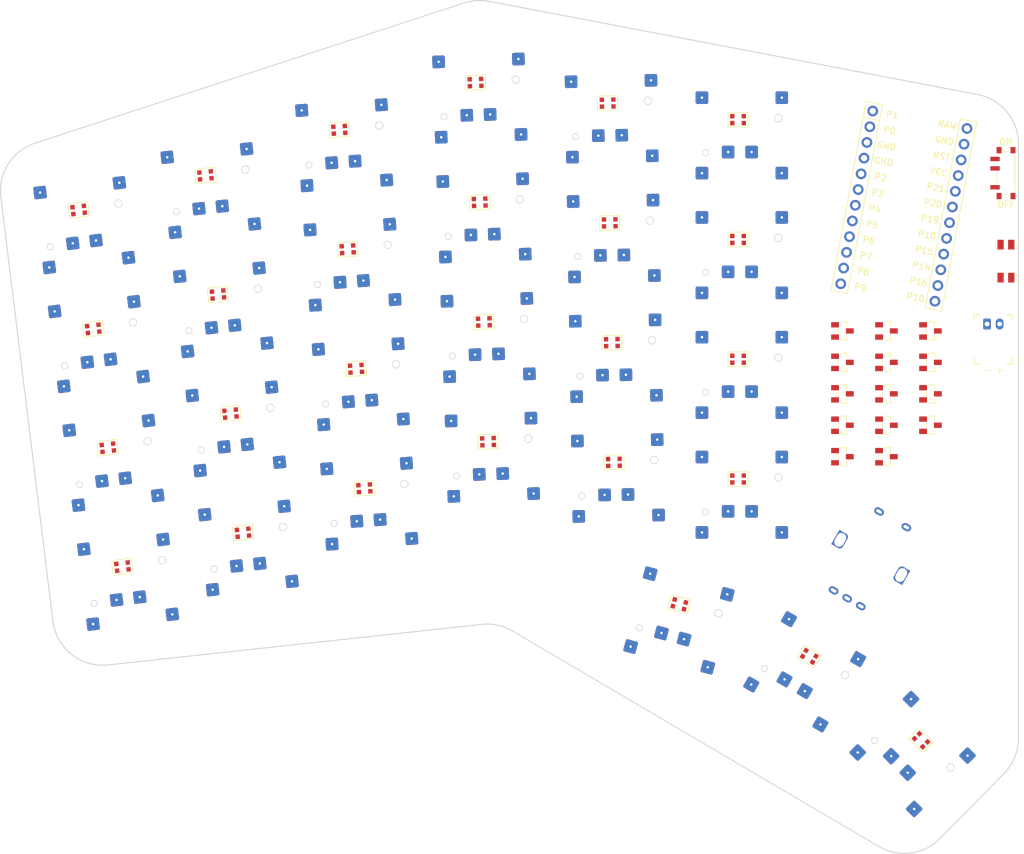
<source format=kicad_pcb>
(kicad_pcb (version 20240108) (generator "ergogen") (generator_version "4.1.0")
  (title_block (title "newbiggie_left_unrouted") (date "2025-05-29") (rev "v1.0.0") (company "Unknown"))
  (layers (0 "F.Cu" signal) (31 "B.Cu" signal) (34 "B.Paste" user) (35 "F.Paste" user) (36 "B.SilkS" user "B.Silkscreen") (37 "F.SilkS" user "F.Silkscreen") (38 "B.Mask" user) (39 "F.Mask" user) (44 "Edge.Cuts" user))
  (net 0 "")
  (net 1 "P2")
  (net 2 "stretch_bottom")
  (net 3 "GND")
  (net 4 "stretch_home")
  (net 5 "stretch_high")
  (net 6 "stretch_num")
  (net 7 "P3")
  (net 8 "pinky_bottom")
  (net 9 "pinky_home")
  (net 10 "pinky_high")
  (net 11 "pinky_num")
  (net 12 "P4")
  (net 13 "ring_bottom")
  (net 14 "ring_home")
  (net 15 "ring_high")
  (net 16 "ring_num")
  (net 17 "P5")
  (net 18 "middle_bottom")
  (net 19 "middle_home")
  (net 20 "middle_high")
  (net 21 "middle_num")
  (net 22 "P7")
  (net 23 "index_bottom")
  (net 24 "index_home")
  (net 25 "index_high")
  (net 26 "index_num")
  (net 27 "P9")
  (net 28 "inner_bottom")
  (net 29 "inner_home")
  (net 30 "inner_high")
  (net 31 "inner_num")
  (net 32 "near_fan")
  (net 33 "mid_fan")
  (net 34 "P6")
  (net 35 "far_fan")
  (net 36 "P15")
  (net 37 "P14")
  (net 38 "P16")
  (net 39 "P10")
  (net 40 "P18")
  (net 41 "encoder")
  (net 42 "VCC")
  (net 43 "thumb_encoder")
  (net 44 "RE_A")
  (net 45 "RE_C")
  (net 46 "RAW")
  (net 47 "RST")
  (net 48 "P21")
  (net 49 "P20")
  (net 50 "P19")
  (net 51 "P1")
  (net 52 "P0")
  (net 53 "P8")
  (net 54 "P101")
  (net 55 "P102")
  (net 56 "P107")
  (net 57 "MCU1_24")
  (net 58 "MCU1_1")
  (net 59 "MCU1_23")
  (net 60 "MCU1_2")
  (net 61 "MCU1_22")
  (net 62 "MCU1_3")
  (net 63 "MCU1_21")
  (net 64 "MCU1_4")
  (net 65 "MCU1_20")
  (net 66 "MCU1_5")
  (net 67 "MCU1_19")
  (net 68 "MCU1_6")
  (net 69 "MCU1_18")
  (net 70 "MCU1_7")
  (net 71 "MCU1_17")
  (net 72 "MCU1_8")
  (net 73 "MCU1_16")
  (net 74 "MCU1_9")
  (net 75 "MCU1_15")
  (net 76 "MCU1_10")
  (net 77 "MCU1_14")
  (net 78 "MCU1_11")
  (net 79 "MCU1_13")
  (net 80 "MCU1_12")
  (net 81 "BAT_P")
  (net 82 "JST1_1")
  (net 83 "JST1_2")
  (footprint "PG1316S" (at 79.051864 151.4952237 7) (layer "F.Cu")
    (property "Reference" "S1" hide)
    (fp_circle (center -5.8 2.75) (end -5.3 2.75) (stroke (width 0.1)) (fill none) (layer "Edge.Cuts"))
    (fp_circle (center 5.8 -2.75) (end 6.4 -2.75) (stroke (width 0.1)) (fill none) (layer "Edge.Cuts"))
  )
  (footprint "PG1316S" (at 76.7302531 132.5872195 7) (layer "F.Cu")
    (property "Reference" "S2" hide)
    (fp_circle (center -5.8 2.75) (end -5.3 2.75) (stroke (width 0.1)) (fill none) (layer "Edge.Cuts"))
    (fp_circle (center 5.8 -2.75) (end 6.4 -2.75) (stroke (width 0.1)) (fill none) (layer "Edge.Cuts"))
  )
  (footprint "PG1316S" (at 74.4086421 113.6792153 7) (layer "F.Cu")
    (property "Reference" "S3" hide)
    (fp_circle (center -5.8 2.75) (end -5.3 2.75) (stroke (width 0.1)) (fill none) (layer "Edge.Cuts"))
    (fp_circle (center 5.8 -2.75) (end 6.4 -2.75) (stroke (width 0.1)) (fill none) (layer "Edge.Cuts"))
  )
  (footprint "PG1316S" (at 72.0870311 94.7712111 7) (layer "F.Cu")
    (property "Reference" "S4" hide)
    (fp_circle (center -5.8 2.75) (end -5.3 2.75) (stroke (width 0.1)) (fill none) (layer "Edge.Cuts"))
    (fp_circle (center 5.8 -2.75) (end 6.4 -2.75) (stroke (width 0.1)) (fill none) (layer "Edge.Cuts"))
  )
  (footprint "PG1316S" (at 98.1897879 146.1228526 6) (layer "F.Cu")
    (property "Reference" "S5" hide)
    (fp_circle (center -5.8 2.75) (end -5.3 2.75) (stroke (width 0.1)) (fill none) (layer "Edge.Cuts"))
    (fp_circle (center 5.8 -2.75) (end 6.4 -2.75) (stroke (width 0.1)) (fill none) (layer "Edge.Cuts"))
  )
  (footprint "PG1316S" (at 96.1985206 127.1772105 6) (layer "F.Cu")
    (property "Reference" "S6" hide)
    (fp_circle (center -5.8 2.75) (end -5.3 2.75) (stroke (width 0.1)) (fill none) (layer "Edge.Cuts"))
    (fp_circle (center 5.8 -2.75) (end 6.4 -2.75) (stroke (width 0.1)) (fill none) (layer "Edge.Cuts"))
  )
  (footprint "PG1316S" (at 94.2072534 108.2315684 6) (layer "F.Cu")
    (property "Reference" "S7" hide)
    (fp_circle (center -5.8 2.75) (end -5.3 2.75) (stroke (width 0.1)) (fill none) (layer "Edge.Cuts"))
    (fp_circle (center 5.8 -2.75) (end 6.4 -2.75) (stroke (width 0.1)) (fill none) (layer "Edge.Cuts"))
  )
  (footprint "PG1316S" (at 92.2159861 89.2859263 6) (layer "F.Cu")
    (property "Reference" "S8" hide)
    (fp_circle (center -5.8 2.75) (end -5.3 2.75) (stroke (width 0.1)) (fill none) (layer "Edge.Cuts"))
    (fp_circle (center 5.8 -2.75) (end 6.4 -2.75) (stroke (width 0.1)) (fill none) (layer "Edge.Cuts"))
  )
  (footprint "PG1316S" (at 117.4084052 139.0753531 4) (layer "F.Cu")
    (property "Reference" "S9" hide)
    (fp_circle (center -5.8 2.75) (end -5.3 2.75) (stroke (width 0.1)) (fill none) (layer "Edge.Cuts"))
    (fp_circle (center 5.8 -2.75) (end 6.4 -2.75) (stroke (width 0.1)) (fill none) (layer "Edge.Cuts"))
  )
  (footprint "PG1316S" (at 116.0795444 120.071758 4) (layer "F.Cu")
    (property "Reference" "S10" hide)
    (fp_circle (center -5.8 2.75) (end -5.3 2.75) (stroke (width 0.1)) (fill none) (layer "Edge.Cuts"))
    (fp_circle (center 5.8 -2.75) (end 6.4 -2.75) (stroke (width 0.1)) (fill none) (layer "Edge.Cuts"))
  )
  (footprint "PG1316S" (at 114.7506836 101.0681629 4) (layer "F.Cu")
    (property "Reference" "S11" hide)
    (fp_circle (center -5.8 2.75) (end -5.3 2.75) (stroke (width 0.1)) (fill none) (layer "Edge.Cuts"))
    (fp_circle (center 5.8 -2.75) (end 6.4 -2.75) (stroke (width 0.1)) (fill none) (layer "Edge.Cuts"))
  )
  (footprint "PG1316S" (at 113.4218229 82.0645678 4) (layer "F.Cu")
    (property "Reference" "S12" hide)
    (fp_circle (center -5.8 2.75) (end -5.3 2.75) (stroke (width 0.1)) (fill none) (layer "Edge.Cuts"))
    (fp_circle (center 5.8 -2.75) (end 6.4 -2.75) (stroke (width 0.1)) (fill none) (layer "Edge.Cuts"))
  )
  (footprint "PG1316S" (at 136.9910256 131.6913515 2) (layer "F.Cu")
    (property "Reference" "S13" hide)
    (fp_circle (center -5.8 2.75) (end -5.3 2.75) (stroke (width 0.1)) (fill none) (layer "Edge.Cuts"))
    (fp_circle (center 5.8 -2.75) (end 6.4 -2.75) (stroke (width 0.1)) (fill none) (layer "Edge.Cuts"))
  )
  (footprint "PG1316S" (at 136.3261902 112.6529563 2) (layer "F.Cu")
    (property "Reference" "S14" hide)
    (fp_circle (center -5.8 2.75) (end -5.3 2.75) (stroke (width 0.1)) (fill none) (layer "Edge.Cuts"))
    (fp_circle (center 5.8 -2.75) (end 6.4 -2.75) (stroke (width 0.1)) (fill none) (layer "Edge.Cuts"))
  )
  (footprint "PG1316S" (at 135.6613548 93.614561 2) (layer "F.Cu")
    (property "Reference" "S15" hide)
    (fp_circle (center -5.8 2.75) (end -5.3 2.75) (stroke (width 0.1)) (fill none) (layer "Edge.Cuts"))
    (fp_circle (center 5.8 -2.75) (end 6.4 -2.75) (stroke (width 0.1)) (fill none) (layer "Edge.Cuts"))
  )
  (footprint "PG1316S" (at 134.9965193 74.5761658 2) (layer "F.Cu")
    (property "Reference" "S16" hide)
    (fp_circle (center -5.8 2.75) (end -5.3 2.75) (stroke (width 0.1)) (fill none) (layer "Edge.Cuts"))
    (fp_circle (center 5.8 -2.75) (end 6.4 -2.75) (stroke (width 0.1)) (fill none) (layer "Edge.Cuts"))
  )
  (footprint "PG1316S" (at 156.9685314 134.9961598 1) (layer "F.Cu")
    (property "Reference" "S17" hide)
    (fp_circle (center -5.8 2.75) (end -5.3 2.75) (stroke (width 0.1)) (fill none) (layer "Edge.Cuts"))
    (fp_circle (center 5.8 -2.75) (end 6.4 -2.75) (stroke (width 0.1)) (fill none) (layer "Edge.Cuts"))
  )
  (footprint "PG1316S" (at 156.636063 115.9490613 1) (layer "F.Cu")
    (property "Reference" "S18" hide)
    (fp_circle (center -5.8 2.75) (end -5.3 2.75) (stroke (width 0.1)) (fill none) (layer "Edge.Cuts"))
    (fp_circle (center 5.8 -2.75) (end 6.4 -2.75) (stroke (width 0.1)) (fill none) (layer "Edge.Cuts"))
  )
  (footprint "PG1316S" (at 156.3035947 96.9019627 1) (layer "F.Cu")
    (property "Reference" "S19" hide)
    (fp_circle (center -5.8 2.75) (end -5.3 2.75) (stroke (width 0.1)) (fill none) (layer "Edge.Cuts"))
    (fp_circle (center 5.8 -2.75) (end 6.4 -2.75) (stroke (width 0.1)) (fill none) (layer "Edge.Cuts"))
  )
  (footprint "PG1316S" (at 155.9711263 77.8548641 1) (layer "F.Cu")
    (property "Reference" "S20" hide)
    (fp_circle (center -5.8 2.75) (end -5.3 2.75) (stroke (width 0.1)) (fill none) (layer "Edge.Cuts"))
    (fp_circle (center 5.8 -2.75) (end 6.4 -2.75) (stroke (width 0.1)) (fill none) (layer "Edge.Cuts"))
  )
  (footprint "PG1316S" (at 176.6678959 137.6527632 0) (layer "F.Cu")
    (property "Reference" "S21" hide)
    (fp_circle (center -5.8 2.75) (end -5.3 2.75) (stroke (width 0.1)) (fill none) (layer "Edge.Cuts"))
    (fp_circle (center 5.8 -2.75) (end 6.4 -2.75) (stroke (width 0.1)) (fill none) (layer "Edge.Cuts"))
  )
  (footprint "PG1316S" (at 176.6678959 118.6027631 0) (layer "F.Cu")
    (property "Reference" "S22" hide)
    (fp_circle (center -5.8 2.75) (end -5.3 2.75) (stroke (width 0.1)) (fill none) (layer "Edge.Cuts"))
    (fp_circle (center 5.8 -2.75) (end 6.4 -2.75) (stroke (width 0.1)) (fill none) (layer "Edge.Cuts"))
  )
  (footprint "PG1316S" (at 176.6678959 99.5527631 0) (layer "F.Cu")
    (property "Reference" "S23" hide)
    (fp_circle (center -5.8 2.75) (end -5.3 2.75) (stroke (width 0.1)) (fill none) (layer "Edge.Cuts"))
    (fp_circle (center 5.8 -2.75) (end 6.4 -2.75) (stroke (width 0.1)) (fill none) (layer "Edge.Cuts"))
  )
  (footprint "PG1316S" (at 176.6678959 80.5027631 0) (layer "F.Cu")
    (property "Reference" "S24" hide)
    (fp_circle (center -5.8 2.75) (end -5.3 2.75) (stroke (width 0.1)) (fill none) (layer "Edge.Cuts"))
    (fp_circle (center 5.8 -2.75) (end 6.4 -2.75) (stroke (width 0.1)) (fill none) (layer "Edge.Cuts"))
  )
  (footprint "PG1316S" (at 166.6678959 157.6527632 -15) (layer "F.Cu")
    (property "Reference" "S25" hide)
    (fp_circle (center -5.8 2.75) (end -5.3 2.75) (stroke (width 0.1)) (fill none) (layer "Edge.Cuts"))
    (fp_circle (center 5.8 -2.75) (end 6.4 -2.75) (stroke (width 0.1)) (fill none) (layer "Edge.Cuts"))
  )
  (footprint "PG1316S" (at 186.666859 165.8153168 -30) (layer "F.Cu")
    (property "Reference" "S26" hide)
    (fp_circle (center -5.8 2.75) (end -5.3 2.75) (stroke (width 0.1)) (fill none) (layer "Edge.Cuts"))
    (fp_circle (center 5.8 -2.75) (end 6.4 -2.75) (stroke (width 0.1)) (fill none) (layer "Edge.Cuts"))
  )
  (footprint "PG1316S" (at 203.8293085 178.896491 -45) (layer "F.Cu")
    (property "Reference" "S27" hide)
    (fp_circle (center -5.8 2.75) (end -5.3 2.75) (stroke (width 0.1)) (fill none) (layer "Edge.Cuts"))
    (fp_circle (center 5.8 -2.75) (end 6.4 -2.75) (stroke (width 0.1)) (fill none) (layer "Edge.Cuts"))
  )
  (footprint "BAV70 SOT23" (layer "F.Cu") (at 192.6678959 111.6027631 -90)
    (property "Reference" "D1" hide)
    (fp_text value "BAV70")
  )
  (footprint "BAV70 SOT23" (layer "F.Cu") (at 199.6678959 111.6027631 -90)
    (property "Reference" "D2" hide)
    (fp_text value "BAV70")
  )
  (footprint "BAV70 SOT23" (layer "F.Cu") (at 206.6678959 111.6027631 -90)
    (property "Reference" "D3" hide)
    (fp_text value "BAV70")
  )
  (footprint "BAV70 SOT23" (layer "F.Cu") (at 192.6678959 116.6027631 -90)
    (property "Reference" "D4" hide)
    (fp_text value "BAV70")
  )
  (footprint "BAV70 SOT23" (layer "F.Cu") (at 199.6678959 116.6027631 -90)
    (property "Reference" "D5" hide)
    (fp_text value "BAV70")
  )
  (footprint "BAV70 SOT23" (layer "F.Cu") (at 206.6678959 116.6027631 -90)
    (property "Reference" "D6" hide)
    (fp_text value "BAV70")
  )
  (footprint "BAV70 SOT23" (layer "F.Cu") (at 192.6678959 121.6027631 -90)
    (property "Reference" "D7" hide)
    (fp_text value "BAV70")
  )
  (footprint "BAV70 SOT23" (layer "F.Cu") (at 199.6678959 121.6027631 -90)
    (property "Reference" "D8" hide)
    (fp_text value "BAV70")
  )
  (footprint "BAV70 SOT23" (layer "F.Cu") (at 206.6678959 121.6027631 -90)
    (property "Reference" "D9" hide)
    (fp_text value "BAV70")
  )
  (footprint "BAV70 SOT23" (layer "F.Cu") (at 192.6678959 126.6027631 -90)
    (property "Reference" "D10" hide)
    (fp_text value "BAV70")
  )
  (footprint "BAV70 SOT23" (layer "F.Cu") (at 199.6678959 126.6027631 -90)
    (property "Reference" "D11" hide)
    (fp_text value "BAV70")
  )
  (footprint "BAV70 SOT23" (layer "F.Cu") (at 206.6678959 126.6027631 -90)
    (property "Reference" "D12" hide)
    (fp_text value "BAV70")
  )
  (footprint "BAV70 SOT23" (layer "F.Cu") (at 192.6678959 131.6027631 -90)
    (property "Reference" "D13" hide)
    (fp_text value "BAV70")
  )
  (footprint "BAV70 SOT23" (layer "F.Cu") (at 199.6678959 131.6027631 -90)
    (property "Reference" "D14" hide)
    (fp_text value "BAV70")
  )
  (footprint "LED_WS2812B-2020_PLCC4_2.0x2.0mm" (at 78.151663 149.0869799 7) (layer "F.Cu")
    (property "Reference" "LED1" hide)
  )
  (footprint "LED_WS2812B-2020_PLCC4_2.0x2.0mm" (at 75.8300521 130.1789757 7) (layer "F.Cu")
    (property "Reference" "LED2" hide)
  )
  (footprint "LED_WS2812B-2020_PLCC4_2.0x2.0mm" (at 73.5084411 111.2709715 7) (layer "F.Cu")
    (property "Reference" "LED3" hide)
  )
  (footprint "LED_WS2812B-2020_PLCC4_2.0x2.0mm" (at 71.18683010000001 92.36296730000001 7) (layer "F.Cu")
    (property "Reference" "LED4" hide)
  )
  (footprint "LED_WS2812B-2020_PLCC4_2.0x2.0mm" (at 97.3317536 143.69926489999997 6) (layer "F.Cu")
    (property "Reference" "LED5" hide)
  )
  (footprint "LED_WS2812B-2020_PLCC4_2.0x2.0mm" (at 95.3404863 124.7536228 6) (layer "F.Cu")
    (property "Reference" "LED6" hide)
  )
  (footprint "LED_WS2812B-2020_PLCC4_2.0x2.0mm" (at 93.3492191 105.8079807 6) (layer "F.Cu")
    (property "Reference" "LED7" hide)
  )
  (footprint "LED_WS2812B-2020_PLCC4_2.0x2.0mm" (at 91.3579518 86.8623386 6) (layer "F.Cu")
    (property "Reference" "LED8" hide)
  )
  (footprint "LED_WS2812B-2020_PLCC4_2.0x2.0mm" (at 116.6354756 136.6232969 4) (layer "F.Cu")
    (property "Reference" "LED9" hide)
  )
  (footprint "LED_WS2812B-2020_PLCC4_2.0x2.0mm" (at 115.3066148 117.6197018 4) (layer "F.Cu")
    (property "Reference" "LED10" hide)
  )
  (footprint "LED_WS2812B-2020_PLCC4_2.0x2.0mm" (at 113.977754 98.6161067 4) (layer "F.Cu")
    (property "Reference" "LED11" hide)
  )
  (footprint "LED_WS2812B-2020_PLCC4_2.0x2.0mm" (at 112.6488933 79.6125116 4) (layer "F.Cu")
    (property "Reference" "LED12" hide)
  )
  (footprint "LED_WS2812B-2020_PLCC4_2.0x2.0mm" (at 136.3041424 129.2138141 2) (layer "F.Cu")
    (property "Reference" "LED13" hide)
  )
  (footprint "LED_WS2812B-2020_PLCC4_2.0x2.0mm" (at 135.639307 110.1754189 2) (layer "F.Cu")
    (property "Reference" "LED14" hide)
  )
  (footprint "LED_WS2812B-2020_PLCC4_2.0x2.0mm" (at 134.9744716 91.13702359999999 2) (layer "F.Cu")
    (property "Reference" "LED15" hide)
  )
  (footprint "LED_WS2812B-2020_PLCC4_2.0x2.0mm" (at 134.30963609999998 72.0986284 2) (layer "F.Cu")
    (property "Reference" "LED16" hide)
  )
  (footprint "LED_WS2812B-2020_PLCC4_2.0x2.0mm" (at 156.3249918 132.50701199999997 1) (layer "F.Cu")
    (property "Reference" "LED17" hide)
  )
  (footprint "LED_WS2812B-2020_PLCC4_2.0x2.0mm" (at 155.9925234 113.4599135 1) (layer "F.Cu")
    (property "Reference" "LED18" hide)
  )
  (footprint "LED_WS2812B-2020_PLCC4_2.0x2.0mm" (at 155.6600551 94.4128149 1) (layer "F.Cu")
    (property "Reference" "LED19" hide)
  )
  (footprint "LED_WS2812B-2020_PLCC4_2.0x2.0mm" (at 155.3275867 75.3657163 1) (layer "F.Cu")
    (property "Reference" "LED20" hide)
  )
  (footprint "LED_WS2812B-2020_PLCC4_2.0x2.0mm" (at 176.0678959 135.1527632 0) (layer "F.Cu")
    (property "Reference" "LED21" hide)
  )
  (footprint "LED_WS2812B-2020_PLCC4_2.0x2.0mm" (at 176.0678959 116.1027631 0) (layer "F.Cu")
    (property "Reference" "LED22" hide)
  )
  (footprint "LED_WS2812B-2020_PLCC4_2.0x2.0mm" (at 176.0678959 97.0527631 0) (layer "F.Cu")
    (property "Reference" "LED23" hide)
  )
  (footprint "LED_WS2812B-2020_PLCC4_2.0x2.0mm" (at 176.0678959 78.0027631 0) (layer "F.Cu")
    (property "Reference" "LED24" hide)
  )
  (footprint "LED_WS2812B-2020_PLCC4_2.0x2.0mm" (at 166.735388 155.0826572 -15) (layer "F.Cu")
    (property "Reference" "LED25" hide)
  )
  (footprint "LED_WS2812B-2020_PLCC4_2.0x2.0mm" (at 187.39724379999998 163.3502533 -30) (layer "F.Cu")
    (property "Reference" "LED26" hide)
  )
  (footprint "LED_WS2812B-2020_PLCC4_2.0x2.0mm" (at 205.1728114 176.70445999999998 -45) (layer "F.Cu")
    (property "Reference" "LED27" hide)
  )
  (footprint "ceoloide:rotary_encoder_ec11_ec12" (layer "F.Cu") (at 197.166859 147.6287833 -30)
    (property "Reference" "RE1" hide)
  )
  (footprint "ceoloide:mcu_nice_nano" (layer "F.Cu") (at 202.6678959 90.5027631 -10.5)
    (property "Reference" "MCU1" hide)
  )
  (footprint "ceoloide:reset_switch_smd_side" (layer "F.Cu") (at 218.6678959 100.5027631 -90)
    (property "Reference" "RST1" hide)
  )
  (footprint "ceoloide:power_switch_smd_side" (layer "F.Cu") (at 218.6678959 86.5027631 0)
    (property "Reference" "PWR1" hide)
  )
  (footprint "ceoloide:battery_connector_jst_ph_2" (layer "F.Cu") (at 216.6678959 110.5027631 0)
    (property "Reference" "JST1" hide)
  )
  (gr_line (start 218.36901360077934 181.98805084914216) (end 208.20710320487677 192.31088636241992) (layer Edge.Cuts) (stroke (width 0.15)))
  (gr_line (start 198.45031269639435 193.59440547630916) (end 140.19364792183998 159.33132814576908) (layer Edge.Cuts) (stroke (width 0.15)))
  (gr_line (start 135.27466871064328 158.27380652668165) (end 75.89753873133182 164.7190290418894) (layer Edge.Cuts) (stroke (width 0.15)))
  (gr_line (start 67.093863085609 157.74070096577555) (end 58.81428469886682 90.30894566653609) (layer Edge.Cuts) (stroke (width 0.15)))
  (gr_line (start 64.26978755074376 81.72968733998947) (end 132.48656934982927 59.43841910602659) (layer Edge.Cuts) (stroke (width 0.15)))
  (gr_line (start 136.46997499889105 59.18432756862826) (end 214.1664351587094 74.00048148301079) (layer Edge.Cuts) (stroke (width 0.15)))
  (gr_line (start 220.6678959 81.85887699088461) (end 220.6678959 176.3758091499339) (layer Edge.Cuts) (stroke (width 0.15)))
  (gr_arc (start 198.4503127040974 193.59440556321164) (mid 203.54940660409738 194.63030736321164) (end 208.2071033040974 192.31088636321164) (layer Edge.Cuts) (stroke (width 0.15)))
  (gr_arc (start 140.1936479141369 159.3313280588666) (mid 137.8194592141369 158.40579675886661) (end 135.2746686141369 158.2738064588666) (layer Edge.Cuts) (stroke (width 0.15)))
  (gr_arc (start 67.09386302783818 157.74070100970445) (mid 70.06477862783818 163.03507910970444) (end 75.89753872783818 164.71902910970445) (layer Edge.Cuts) (stroke (width 0.15)))
  (gr_arc (start 64.26978754109597 81.72968731046485) (mid 60.003927841095965 85.04124191046485) (end 58.814284641095966 90.30894571046485) (layer Edge.Cuts) (stroke (width 0.15)))
  (gr_arc (start 136.46997504018162 59.184327576502085) (mid 134.46217074018162 59.05894897650209) (end 132.48656934018163 59.438419076502086) (layer Edge.Cuts) (stroke (width 0.15)))
  (gr_arc (start 220.6678959 81.85887699088461) (mid 218.83183599999998 76.7592845908846) (end 214.1664352 74.00048149088461) (layer Edge.Cuts) (stroke (width 0.15)))
  (gr_arc (start 218.3690136 181.9880508499339) (mid 220.0709001 179.4082222499339) (end 220.6678959 176.3758091499339) (layer Edge.Cuts) (stroke (width 0.15)))
)
</source>
